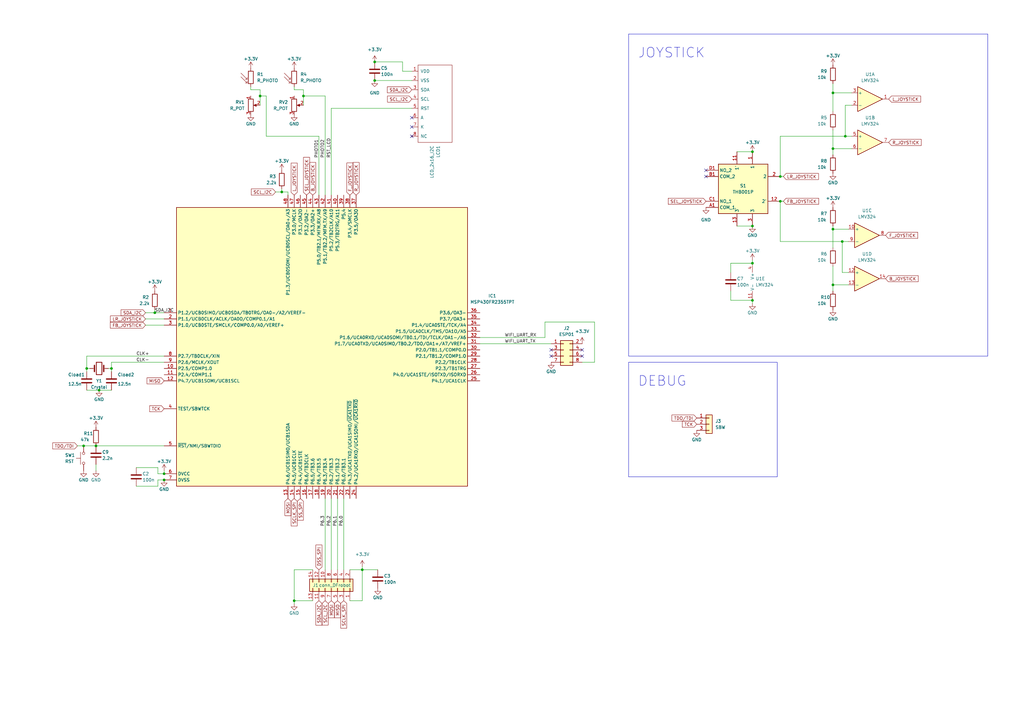
<source format=kicad_sch>
(kicad_sch (version 20230121) (generator eeschema)
  (paper "A3")
  (lib_symbols
    (symbol "Amplifier_Operational:LMV324" (pin_names (offset 0.127))
      (property "Reference" "U" (at 0 5.08 0))
      (property "Value" "LMV324" (at 0 -5.08 0))
      (symbol "LMV324_1_1"
        (polyline (pts (xy -5.08 5.08) (xy 5.08 0) (xy -5.08 -5.08) (xy -5.08 5.08)) (stroke (width 0.254)) (fill (type background)))
        (pin output line (at 7.62 0 180) (length 2.54) (name "~") (number "1"))
        (pin input line (at -7.62 -2.54 0) (length 2.54) (name "-") (number "2"))
        (pin input line (at -7.62 2.54 0) (length 2.54) (name "+") (number "3"))
      )
      (symbol "LMV324_2_1"
        (polyline (pts (xy -5.08 5.08) (xy 5.08 0) (xy -5.08 -5.08) (xy -5.08 5.08)) (stroke (width 0.254)) (fill (type background)))
        (pin input line (at -7.62 2.54 0) (length 2.54) (name "+") (number "5"))
        (pin input line (at -7.62 -2.54 0) (length 2.54) (name "-") (number "6"))
        (pin output line (at 7.62 0 180) (length 2.54) (name "~") (number "7"))
      )
      (symbol "LMV324_3_1"
        (polyline (pts (xy -5.08 5.08) (xy 5.08 0) (xy -5.08 -5.08) (xy -5.08 5.08)) (stroke (width 0.254)) (fill (type background)))
        (pin input line (at -7.62 2.54 0) (length 2.54) (name "+") (number "10"))
        (pin output line (at 7.62 0 180) (length 2.54) (name "~") (number "8"))
        (pin input line (at -7.62 -2.54 0) (length 2.54) (name "-") (number "9"))
      )
      (symbol "LMV324_4_1"
        (polyline (pts (xy -5.08 5.08) (xy 5.08 0) (xy -5.08 -5.08) (xy -5.08 5.08)) (stroke (width 0.254)) (fill (type background)))
        (pin input line (at -7.62 2.54 0) (length 2.54) (name "+") (number "12"))
        (pin input line (at -7.62 -2.54 0) (length 2.54) (name "-") (number "13"))
        (pin output line (at 7.62 0 180) (length 2.54) (name "~") (number "14"))
      )
      (symbol "LMV324_5_1"
        (pin power_in line (at -2.54 -7.62 90) (length 3.81) (name "V-") (number "11"))
        (pin power_in line (at -2.54 7.62 270) (length 3.81) (name "V+") (number "4"))
      )
    )
    (symbol "Connector_Generic:Conn_01x03" (pin_names (offset 1.016) hide)
      (property "Reference" "J" (at 0 5.08 0))
      (property "Value" "Conn_01x03" (at 0 -5.08 0))
      (symbol "Conn_01x03_1_1"
        (rectangle (start -1.27 -2.413) (end 0 -2.667) (stroke (width 0.1524)))
        (rectangle (start -1.27 0.127) (end 0 -0.127) (stroke (width 0.1524)))
        (rectangle (start -1.27 2.667) (end 0 2.413) (stroke (width 0.1524)))
        (rectangle (start -1.27 3.81) (end 1.27 -3.81) (stroke (width 0.254)) (fill (type background)))
        (pin passive line (at -5.08 2.54 0) (length 3.81) (name "Pin_1") (number "1"))
        (pin passive line (at -5.08 0 0) (length 3.81) (name "Pin_2") (number "2"))
        (pin passive line (at -5.08 -2.54 0) (length 3.81) (name "Pin_3") (number "3"))
      )
    )
    (symbol "Connector_Generic:Conn_02x04_Odd_Even" (pin_names (offset 1.016) hide)
      (property "Reference" "J" (at 1.27 5.08 0))
      (property "Value" "Conn_02x04_Odd_Even" (at 1.27 -7.62 0))
      (symbol "Conn_02x04_Odd_Even_1_1"
        (rectangle (start -1.27 -4.953) (end 0 -5.207) (stroke (width 0.1524)))
        (rectangle (start -1.27 -2.413) (end 0 -2.667) (stroke (width 0.1524)))
        (rectangle (start -1.27 0.127) (end 0 -0.127) (stroke (width 0.1524)))
        (rectangle (start -1.27 2.667) (end 0 2.413) (stroke (width 0.1524)))
        (rectangle (start -1.27 3.81) (end 3.81 -6.35) (stroke (width 0.254)) (fill (type background)))
        (rectangle (start 3.81 -4.953) (end 2.54 -5.207) (stroke (width 0.1524)))
        (rectangle (start 3.81 -2.413) (end 2.54 -2.667) (stroke (width 0.1524)))
        (rectangle (start 3.81 0.127) (end 2.54 -0.127) (stroke (width 0.1524)))
        (rectangle (start 3.81 2.667) (end 2.54 2.413) (stroke (width 0.1524)))
        (pin passive line (at -5.08 2.54 0) (length 3.81) (name "Pin_1") (number "1"))
        (pin passive line (at 7.62 2.54 180) (length 3.81) (name "Pin_2") (number "2"))
        (pin passive line (at -5.08 0 0) (length 3.81) (name "Pin_3") (number "3"))
        (pin passive line (at 7.62 0 180) (length 3.81) (name "Pin_4") (number "4"))
        (pin passive line (at -5.08 -2.54 0) (length 3.81) (name "Pin_5") (number "5"))
        (pin passive line (at 7.62 -2.54 180) (length 3.81) (name "Pin_6") (number "6"))
        (pin passive line (at -5.08 -5.08 0) (length 3.81) (name "Pin_7") (number "7"))
        (pin passive line (at 7.62 -5.08 180) (length 3.81) (name "Pin_8") (number "8"))
      )
    )
    (symbol "Device:C" (pin_numbers hide) (pin_names (offset 0.254))
      (property "Reference" "C" (at 0.635 2.54 0))
      (property "Value" "C" (at 0.635 -2.54 0))
      (symbol "C_0_1"
        (polyline (pts (xy -2.032 -0.762) (xy 2.032 -0.762)) (stroke (width 0.508)))
        (polyline (pts (xy -2.032 0.762) (xy 2.032 0.762)) (stroke (width 0.508)))
      )
      (symbol "C_1_1"
        (pin passive line (at 0 3.81 270) (length 2.794) (name "~") (number "1"))
        (pin passive line (at 0 -3.81 90) (length 2.794) (name "~") (number "2"))
      )
    )
    (symbol "Device:Crystal" (pin_numbers hide) (pin_names (offset 1.016) hide)
      (property "Reference" "Y" (at 0 3.81 0))
      (property "Value" "Crystal" (at 0 -3.81 0))
      (symbol "Crystal_0_1"
        (rectangle (start -1.143 2.54) (end 1.143 -2.54) (stroke (width 0.3048)))
        (polyline (pts (xy -2.54 0) (xy -1.905 0)))
        (polyline (pts (xy -1.905 -1.27) (xy -1.905 1.27)) (stroke (width 0.508)))
        (polyline (pts (xy 1.905 -1.27) (xy 1.905 1.27)) (stroke (width 0.508)))
        (polyline (pts (xy 2.54 0) (xy 1.905 0)))
      )
      (symbol "Crystal_1_1"
        (pin passive line (at -3.81 0 0) (length 1.27) (name "1") (number "1"))
        (pin passive line (at 3.81 0 180) (length 1.27) (name "2") (number "2"))
      )
    )
    (symbol "Device:R" (pin_numbers hide) (pin_names (offset 0))
      (property "Reference" "R" (at 2.032 0 90))
      (property "Value" "R" (at 0 0 90))
      (symbol "R_0_1"
        (rectangle (start -1.016 -2.54) (end 1.016 2.54) (stroke (width 0.254)))
      )
      (symbol "R_1_1"
        (pin passive line (at 0 3.81 270) (length 1.27) (name "~") (number "1"))
        (pin passive line (at 0 -3.81 90) (length 1.27) (name "~") (number "2"))
      )
    )
    (symbol "MiSE:LCD_2x16_I2C" (pin_names (offset 1.016))
      (property "Reference" "LCD" (at 2.54 -7.62 0))
      (property "Value" "LCD_2x16_I2C" (at 2.54 -11.43 0))
      (symbol "LCD_2x16_I2C_0_1"
        (rectangle (start -12.7 -6.35) (end 19.05 -20.32))
      )
      (symbol "LCD_2x16_I2C_1_1"
        (pin power_in line (at -10.16 -22.86 90) (length 2.54) (name "VDD") (number "1"))
        (pin power_in line (at -6.35 -22.86 90) (length 2.54) (name "VSS") (number "2"))
        (pin bidirectional line (at -2.54 -22.86 90) (length 2.54) (name "SDA") (number "3"))
        (pin input line (at 1.27 -22.86 90) (length 2.54) (name "SCL") (number "4"))
        (pin input line (at 5.08 -22.86 90) (length 2.54) (name "RST") (number "5"))
        (pin power_in line (at 8.89 -22.86 90) (length 2.54) (name "A") (number "6"))
        (pin power_in line (at 12.7 -22.86 90) (length 2.54) (name "K") (number "7"))
        (pin no_connect line (at 16.51 -22.86 90) (length 2.54) (name "NC") (number "8"))
      )
    )
    (symbol "MiSE:MSP430FR2355TPT"
      (property "Reference" "IC1" (at 134.62 6.9281 0))
      (property "Value" "MSP430FR2355TPT" (at 134.62 4.3881 0))
      (symbol "MSP430FR2355TPT_1_1"
        (rectangle (start 5.08 43.18) (end 124.46 -71.12) (stroke (width 0.254)) (fill (type background)))
        (pin passive line (at 0 0 0) (length 5.08) (name "P1.2/UCB0SIMO/UCB0SDA/TB0TRG/OA0-/A2/VEREF-") (number "1"))
        (pin passive line (at 0 -22.86 0) (length 5.08) (name "P2.5/COMP1.0") (number "10"))
        (pin passive line (at 0 -25.4 0) (length 5.08) (name "P2.4/COMP1.1") (number "11"))
        (pin passive line (at 0 -27.94 0) (length 5.08) (name "P4.7/UCB1SOMI/UCB1SCL") (number "12"))
        (pin passive line (at 50.8 -76.2 90) (length 5.08) (name "P4.6/UCB1SIMO/UCB1SDA") (number "13"))
        (pin passive line (at 53.34 -76.2 90) (length 5.08) (name "P4.5/UCB1CLK") (number "14"))
        (pin passive line (at 55.88 -76.2 90) (length 5.08) (name "P4.4/UCB1STE") (number "15"))
        (pin passive line (at 58.42 -76.2 90) (length 5.08) (name "P6.6/TB3CLK") (number "16"))
        (pin passive line (at 60.96 -76.2 90) (length 5.08) (name "P6.5/TB3.6") (number "17"))
        (pin passive line (at 63.5 -76.2 90) (length 5.08) (name "P6.4/TB3.5") (number "18"))
        (pin passive line (at 66.04 -76.2 90) (length 5.08) (name "P6.3/TB3.4") (number "19"))
        (pin passive line (at 0 -2.54 0) (length 5.08) (name "P1.1/UCB0CLK/ACLK/OA0O/COMP0.1/A1") (number "2"))
        (pin passive line (at 68.58 -76.2 90) (length 5.08) (name "P6.2/TB3.3") (number "20"))
        (pin passive line (at 71.12 -76.2 90) (length 5.08) (name "P6.1/TB3.2") (number "21"))
        (pin passive line (at 73.66 -76.2 90) (length 5.08) (name "P6.0/TB3.1") (number "22"))
        (pin passive line (at 76.2 -76.2 90) (length 5.08) (name "P4.3/UCA1TXD/UCA1SIMO/~{UCA1TXD}") (number "23"))
        (pin passive line (at 78.74 -76.2 90) (length 5.08) (name "P4.2/UCA1RXD/UCA1SOMI/~{UCA1RXD}") (number "24"))
        (pin passive line (at 129.54 -27.94 180) (length 5.08) (name "P4.1/UCA1CLK") (number "25"))
        (pin passive line (at 129.54 -25.4 180) (length 5.08) (name "P4.0/UCA1STE/ISOTXD/ISORXD") (number "26"))
        (pin passive line (at 129.54 -22.86 180) (length 5.08) (name "P2.3/TB1TRG") (number "27"))
        (pin passive line (at 129.54 -20.32 180) (length 5.08) (name "P2.2/TB1CLK") (number "28"))
        (pin passive line (at 129.54 -17.78 180) (length 5.08) (name "P2.1/TB1.2/COMP1.O") (number "29"))
        (pin passive line (at 0 -5.08 0) (length 5.08) (name "P1.0/UCB0STE/SMCLK/COMP0.0/A0/VEREF+") (number "3"))
        (pin passive line (at 129.54 -15.24 180) (length 5.08) (name "P2.0/TB1.1/COMP0.O") (number "30"))
        (pin passive line (at 129.54 -12.7 180) (length 5.08) (name "P1.7/UCA0TXD/UCA0SIMO/TB0.2/TDO/OA1+/A7/VREF+") (number "31"))
        (pin passive line (at 129.54 -10.16 180) (length 5.08) (name "P1.6/UCA0RXD/UCA0SOMI/TB0.1/TDI/TCLK/OA1-/A6") (number "32"))
        (pin passive line (at 129.54 -7.62 180) (length 5.08) (name "P1.5/UCA0CLK/TMS/OA1O/A5") (number "33"))
        (pin passive line (at 129.54 -5.08 180) (length 5.08) (name "P1.4/UCA0STE/TCK/A4") (number "34"))
        (pin passive line (at 129.54 -2.54 180) (length 5.08) (name "P3.7/OA3+") (number "35"))
        (pin passive line (at 129.54 0 180) (length 5.08) (name "P3.6/OA3-") (number "36"))
        (pin passive line (at 78.74 48.26 270) (length 5.08) (name "P3.5/OA3O") (number "37"))
        (pin passive line (at 76.2 48.26 270) (length 5.08) (name "P3.4/SMCLK") (number "38"))
        (pin passive line (at 73.66 48.26 270) (length 5.08) (name "P5.4") (number "39"))
        (pin passive line (at 0 -39.37 0) (length 5.08) (name "TEST/SBWTCK") (number "4"))
        (pin passive line (at 71.12 48.26 270) (length 5.08) (name "P5.3/TB2TRG/A11") (number "40"))
        (pin passive line (at 68.58 48.26 270) (length 5.08) (name "P5.2/TB2CLK/A10") (number "41"))
        (pin passive line (at 66.04 48.26 270) (length 5.08) (name "P5.1/TB2.2/MFM.TX/A9") (number "42"))
        (pin passive line (at 63.5 48.26 270) (length 5.08) (name "P5.0/TB2.1/MFM.RX/A8") (number "43"))
        (pin passive line (at 60.96 48.26 270) (length 5.08) (name "P3.3/OA2+") (number "44"))
        (pin passive line (at 58.42 48.26 270) (length 5.08) (name "P3.2/OA2-") (number "45"))
        (pin passive line (at 55.88 48.26 270) (length 5.08) (name "P3.1/OA2O") (number "46"))
        (pin passive line (at 53.34 48.26 270) (length 5.08) (name "P3.0/MCLK") (number "47"))
        (pin passive line (at 50.8 48.26 270) (length 5.08) (name "P1.3/UCB0SOMI/UCB0SCL/OA0+/A3") (number "48"))
        (pin passive line (at 0 -54.61 0) (length 5.08) (name "~{RST}/NMI/SBWTDIO") (number "5"))
        (pin passive line (at 0 -66.04 0) (length 5.08) (name "DVCC") (number "6"))
        (pin passive line (at 0 -68.58 0) (length 5.08) (name "DVSS") (number "7"))
        (pin passive line (at 0 -17.78 0) (length 5.08) (name "P2.7/TB0CLK/XIN") (number "8"))
        (pin passive line (at 0 -20.32 0) (length 5.08) (name "P2.6/MCLK/XOUT") (number "9"))
      )
    )
    (symbol "MiSE:R_PHOTO-Device" (pin_numbers hide) (pin_names (offset 0))
      (property "Reference" "R" (at 1.27 1.27 0))
      (property "Value" "Device_R_PHOTO" (at 1.27 0 0))
      (symbol "R_PHOTO-Device_0_1"
        (rectangle (start -1.016 2.54) (end 1.016 -2.54) (stroke (width 0.254)))
        (polyline (pts (xy -1.524 -2.286) (xy -4.064 0.254)))
        (polyline (pts (xy -1.524 -2.286) (xy -2.286 -2.286)))
        (polyline (pts (xy -1.524 -2.286) (xy -1.524 -1.524)))
        (polyline (pts (xy -1.524 -0.762) (xy -4.064 1.778)))
        (polyline (pts (xy -1.524 -0.762) (xy -2.286 -0.762)))
        (polyline (pts (xy -1.524 -0.762) (xy -1.524 0)))
      )
      (symbol "R_PHOTO-Device_1_1"
        (pin passive line (at 0 3.81 270) (length 1.27) (name "~") (number "1"))
        (pin passive line (at 0 -3.81 90) (length 1.27) (name "~") (number "2"))
      )
    )
    (symbol "MiSE:R_POT-Device" (pin_names (offset 1.016) hide)
      (property "Reference" "RV" (at -4.445 0 90))
      (property "Value" "Device_R_POT" (at -2.54 0 90))
      (symbol "R_POT-Device_0_1"
        (polyline (pts (xy 2.54 0) (xy 1.524 0)))
        (polyline (pts (xy 1.143 0) (xy 2.286 0.508) (xy 2.286 -0.508) (xy 1.143 0)) (fill (type outline)))
        (rectangle (start 1.016 2.54) (end -1.016 -2.54) (stroke (width 0.254)))
      )
      (symbol "R_POT-Device_1_1"
        (pin passive line (at 0 3.81 270) (length 1.27) (name "1") (number "1"))
        (pin passive line (at 3.81 0 180) (length 1.27) (name "2") (number "2"))
        (pin passive line (at 0 -3.81 90) (length 1.27) (name "3") (number "3"))
      )
    )
    (symbol "MiSE:THB001P"
      (property "Reference" "S1" (at 15.24 -6.35 0))
      (property "Value" "THB001P" (at 15.24 -8.89 0))
      (symbol "THB001P_1_1"
        (rectangle (start 5.08 2.54) (end 25.4 -17.78) (stroke (width 0.254)) (fill (type background)))
        (pin passive line (at 11.43 7.62 270) (length 5.08) (name "1") (number "1"))
        (pin passive line (at 17.78 7.62 270) (length 5.08) (name "1'") (number "11"))
        (pin passive line (at 0 -12.7 0) (length 5.08) (name "2'") (number "12"))
        (pin passive line (at 17.78 -22.86 90) (length 5.08) (name "3'") (number "13"))
        (pin passive line (at 0 -2.54 0) (length 5.08) (name "2") (number "2"))
        (pin passive line (at 11.43 -22.86 90) (length 5.08) (name "3") (number "3"))
        (pin passive line (at 30.48 -15.24 180) (length 5.08) (name "COM_1") (number "A1"))
        (pin passive line (at 30.48 -2.54 180) (length 5.08) (name "COM_2") (number "B1"))
        (pin passive line (at 30.48 -12.7 180) (length 5.08) (name "NO_1") (number "C1"))
        (pin passive line (at 30.48 0 180) (length 5.08) (name "NO_2") (number "D1"))
      )
    )
    (symbol "MiSE:conn_DFrobot" (pin_names (offset 1.016) hide)
      (property "Reference" "J" (at 1.27 10.16 0))
      (property "Value" "conn_DFrobot" (at 1.27 -10.16 0))
      (symbol "conn_DFrobot_1_1"
        (rectangle (start -1.27 -7.493) (end 0 -7.747) (stroke (width 0.1524)))
        (rectangle (start -1.27 -4.953) (end 0 -5.207) (stroke (width 0.1524)))
        (rectangle (start -1.27 -2.413) (end 0 -2.667) (stroke (width 0.1524)))
        (rectangle (start -1.27 0.127) (end 0 -0.127) (stroke (width 0.1524)))
        (rectangle (start -1.27 2.667) (end 0 2.413) (stroke (width 0.1524)))
        (rectangle (start -1.27 5.207) (end 0 4.953) (stroke (width 0.1524)))
        (rectangle (start -1.27 7.747) (end 0 7.493) (stroke (width 0.1524)))
        (rectangle (start -1.27 8.89) (end 3.81 -8.89) (stroke (width 0.254)) (fill (type background)))
        (rectangle (start 3.81 -7.493) (end 2.54 -7.747) (stroke (width 0.1524)))
        (rectangle (start 3.81 -4.953) (end 2.54 -5.207) (stroke (width 0.1524)))
        (rectangle (start 3.81 -2.413) (end 2.54 -2.667) (stroke (width 0.1524)))
        (rectangle (start 3.81 0.127) (end 2.54 -0.127) (stroke (width 0.1524)))
        (rectangle (start 3.81 2.667) (end 2.54 2.413) (stroke (width 0.1524)))
        (rectangle (start 3.81 5.207) (end 2.54 4.953) (stroke (width 0.1524)))
        (rectangle (start 3.81 7.747) (end 2.54 7.493) (stroke (width 0.1524)))
        (pin passive line (at -5.08 7.62 0) (length 3.81) (name "Pin_1") (number "1"))
        (pin passive line (at 7.62 -2.54 180) (length 3.81) (name "Pin_10") (number "10"))
        (pin passive line (at -5.08 -5.08 0) (length 3.81) (name "Pin_11") (number "11"))
        (pin passive line (at 7.62 -5.08 180) (length 3.81) (name "Pin_12") (number "12"))
        (pin passive line (at -5.08 -7.62 0) (length 3.81) (name "Pin_13") (number "13"))
        (pin passive line (at 7.62 -7.62 180) (length 3.81) (name "Pin_14") (number "14"))
        (pin passive line (at 7.62 7.62 180) (length 3.81) (name "Pin_2") (number "2"))
        (pin passive line (at -5.08 5.08 0) (length 3.81) (name "Pin_3") (number "3"))
        (pin passive line (at 7.62 5.08 180) (length 3.81) (name "Pin_4") (number "4"))
        (pin passive line (at -5.08 2.54 0) (length 3.81) (name "Pin_5") (number "5"))
        (pin passive line (at 7.62 2.54 180) (length 3.81) (name "Pin_6") (number "6"))
        (pin passive line (at -5.08 0 0) (length 3.81) (name "Pin_7") (number "7"))
        (pin passive line (at 7.62 0 180) (length 3.81) (name "Pin_8") (number "8"))
        (pin passive line (at -5.08 -2.54 0) (length 3.81) (name "Pin_9") (number "9"))
      )
    )
    (symbol "Switch:SW_Push" (pin_numbers hide) (pin_names (offset 1.016) hide)
      (property "Reference" "SW" (at 1.27 2.54 0))
      (property "Value" "SW_Push" (at 0 -1.524 0))
      (symbol "SW_Push_0_1"
        (circle (center -2.032 0) (radius 0.508))
        (polyline (pts (xy 0 1.27) (xy 0 3.048)))
        (polyline (pts (xy 2.54 1.27) (xy -2.54 1.27)))
        (circle (center 2.032 0) (radius 0.508))
        (pin passive line (at -5.08 0 0) (length 2.54) (name "1") (number "1"))
        (pin passive line (at 5.08 0 180) (length 2.54) (name "2") (number "2"))
      )
    )
    (symbol "power:+3.3V" (power) (pin_names (offset 0))
      (property "Value" "+3.3V" (at 0 3.556 0))
      (symbol "+3.3V_0_1"
        (polyline (pts (xy -0.762 1.27) (xy 0 2.54)))
        (polyline (pts (xy 0 0) (xy 0 2.54)))
        (polyline (pts (xy 0 2.54) (xy 0.762 1.27)))
      )
      (symbol "+3.3V_1_1"
        (pin power_in line (at 0 0 90) (length 0) hide (name "+3.3V") (number "1"))
      )
    )
    (symbol "power:GND" (power) (pin_names (offset 0))
      (property "Value" "GND" (at 0 -3.81 0))
      (symbol "GND_0_1"
        (polyline (pts (xy 0 0) (xy 0 -1.27) (xy 1.27 -1.27) (xy 0 -2.54) (xy -1.27 -1.27) (xy 0 -1.27)))
      )
      (symbol "GND_1_1"
        (pin power_in line (at 0 0 270) (length 0) hide (name "GND") (number "1"))
      )
    )
  )
  (junction (at 115.57 78.74))
  (junction (at 341.63 116.84))
  (junction (at 346.71 55.88))
  (junction (at 308.61 92.71))
  (junction (at 153.67 33.02))
  (junction (at 345.44 99.06))
  (junction (at 308.61 62.23))
  (junction (at 341.63 60.96))
  (junction (at 39.37 182.88))
  (junction (at 106.68 39.37))
  (junction (at 124.46 39.37))
  (junction (at 320.04 72.39))
  (junction (at 63.5 128.27))
  (junction (at 120.65 246.38))
  (junction (at 40.64 160.02))
  (junction (at 153.67 25.4))
  (junction (at 67.31 194.31))
  (junction (at 341.63 93.98))
  (junction (at 34.29 182.88))
  (junction (at 308.61 107.95))
  (junction (at 35.56 151.13))
  (junction (at 45.72 151.13))
  (junction (at 308.61 123.19))
  (junction (at 148.59 233.68))
  (junction (at 341.63 38.1))
  (junction (at 320.04 82.55))
  (junction (at 67.31 196.85))
  (no_connect (at 168.91 52.07))
  (no_connect (at 168.91 55.88))
  (no_connect (at 289.56 69.85))
  (no_connect (at 238.76 143.51))
  (no_connect (at 168.91 48.26))
  (no_connect (at 226.06 146.05))
  (no_connect (at 238.76 146.05))
  (no_connect (at 226.06 143.51))
  (no_connect (at 289.56 72.39))
  (wire (pts (xy 341.63 60.96) (xy 341.63 63.5)))
  (wire (pts (xy 148.59 233.68) (xy 154.94 233.68)))
  (wire (pts (xy 349.25 60.96) (xy 341.63 60.96)))
  (wire (pts (xy 40.64 160.02) (xy 45.72 160.02)))
  (wire (pts (xy 133.35 39.37) (xy 133.35 80.01)))
  (wire (pts (xy 320.04 72.39) (xy 321.31 72.39)))
  (wire (pts (xy 341.63 109.22) (xy 341.63 116.84)))
  (wire (pts (xy 34.29 182.88) (xy 39.37 182.88)))
  (wire (pts (xy 59.69 128.27) (xy 63.5 128.27)))
  (wire (pts (xy 148.59 232.41) (xy 148.59 233.68)))
  (wire (pts (xy 320.04 55.88) (xy 346.71 55.88)))
  (wire (pts (xy 64.77 194.31) (xy 67.31 194.31)))
  (wire (pts (xy 55.88 191.77) (xy 64.77 191.77)))
  (wire (pts (xy 341.63 53.34) (xy 341.63 60.96)))
  (wire (pts (xy 165.1 25.4) (xy 153.67 25.4)))
  (wire (pts (xy 120.65 246.38) (xy 120.65 247.65)))
  (wire (pts (xy 118.11 78.74) (xy 118.11 80.01)))
  (wire (pts (xy 45.72 148.59) (xy 45.72 151.13)))
  (wire (pts (xy 133.35 204.47) (xy 133.35 233.68)))
  (wire (pts (xy 341.63 34.29) (xy 341.63 38.1)))
  (wire (pts (xy 148.59 233.68) (xy 148.59 246.38)))
  (wire (pts (xy 64.77 191.77) (xy 64.77 194.31)))
  (wire (pts (xy 341.63 38.1) (xy 341.63 45.72)))
  (wire (pts (xy 341.63 38.1) (xy 349.25 38.1)))
  (wire (pts (xy 346.71 55.88) (xy 349.25 55.88)))
  (wire (pts (xy 143.51 246.38) (xy 148.59 246.38)))
  (wire (pts (xy 39.37 193.04) (xy 39.37 190.5)))
  (wire (pts (xy 345.44 111.76) (xy 347.98 111.76)))
  (wire (pts (xy 135.89 204.47) (xy 135.89 233.68)))
  (wire (pts (xy 128.27 246.38) (xy 120.65 246.38)))
  (wire (pts (xy 39.37 182.88) (xy 67.31 182.88)))
  (wire (pts (xy 223.52 138.43) (xy 223.52 132.08)))
  (wire (pts (xy 67.31 148.59) (xy 45.72 148.59)))
  (wire (pts (xy 135.89 44.45) (xy 168.91 44.45)))
  (wire (pts (xy 196.85 140.97) (xy 226.06 140.97)))
  (wire (pts (xy 243.84 148.59) (xy 238.76 148.59)))
  (wire (pts (xy 349.25 43.18) (xy 346.71 43.18)))
  (wire (pts (xy 120.65 36.83) (xy 124.46 36.83)))
  (wire (pts (xy 120.65 233.68) (xy 120.65 246.38)))
  (wire (pts (xy 55.88 199.39) (xy 64.77 199.39)))
  (wire (pts (xy 320.04 82.55) (xy 321.31 82.55)))
  (wire (pts (xy 345.44 99.06) (xy 345.44 111.76)))
  (wire (pts (xy 124.46 39.37) (xy 124.46 43.18)))
  (wire (pts (xy 59.69 133.35) (xy 67.31 133.35)))
  (wire (pts (xy 35.56 151.13) (xy 35.56 152.4)))
  (wire (pts (xy 165.1 29.21) (xy 165.1 25.4)))
  (wire (pts (xy 341.63 92.71) (xy 341.63 93.98)))
  (wire (pts (xy 299.72 107.95) (xy 308.61 107.95)))
  (wire (pts (xy 113.03 78.74) (xy 115.57 78.74)))
  (wire (pts (xy 67.31 146.05) (xy 35.56 146.05)))
  (wire (pts (xy 130.81 55.88) (xy 109.22 55.88)))
  (wire (pts (xy 115.57 77.47) (xy 115.57 78.74)))
  (wire (pts (xy 102.87 36.83) (xy 102.87 35.56)))
  (wire (pts (xy 308.61 92.71) (xy 302.26 92.71)))
  (wire (pts (xy 135.89 44.45) (xy 135.89 80.01)))
  (wire (pts (xy 341.63 119.38) (xy 341.63 116.84)))
  (wire (pts (xy 341.63 116.84) (xy 347.98 116.84)))
  (wire (pts (xy 320.04 82.55) (xy 320.04 99.06)))
  (wire (pts (xy 128.27 233.68) (xy 120.65 233.68)))
  (wire (pts (xy 341.63 93.98) (xy 347.98 93.98)))
  (wire (pts (xy 115.57 78.74) (xy 118.11 78.74)))
  (wire (pts (xy 341.63 93.98) (xy 341.63 101.6)))
  (wire (pts (xy 320.04 55.88) (xy 320.04 72.39)))
  (wire (pts (xy 138.43 204.47) (xy 138.43 233.68)))
  (wire (pts (xy 64.77 199.39) (xy 64.77 196.85)))
  (wire (pts (xy 196.85 138.43) (xy 223.52 138.43)))
  (wire (pts (xy 299.72 119.38) (xy 299.72 123.19)))
  (wire (pts (xy 140.97 204.47) (xy 140.97 233.68)))
  (wire (pts (xy 308.61 106.68) (xy 308.61 107.95)))
  (wire (pts (xy 36.83 151.13) (xy 35.56 151.13)))
  (wire (pts (xy 109.22 55.88) (xy 109.22 39.37)))
  (wire (pts (xy 45.72 151.13) (xy 44.45 151.13)))
  (wire (pts (xy 106.68 36.83) (xy 106.68 39.37)))
  (wire (pts (xy 308.61 123.19) (xy 308.61 124.46)))
  (wire (pts (xy 143.51 233.68) (xy 148.59 233.68)))
  (wire (pts (xy 35.56 160.02) (xy 40.64 160.02)))
  (wire (pts (xy 347.98 99.06) (xy 345.44 99.06)))
  (wire (pts (xy 299.72 123.19) (xy 308.61 123.19)))
  (wire (pts (xy 124.46 36.83) (xy 124.46 39.37)))
  (wire (pts (xy 153.67 33.02) (xy 168.91 33.02)))
  (wire (pts (xy 31.75 182.88) (xy 34.29 182.88)))
  (wire (pts (xy 45.72 151.13) (xy 45.72 152.4)))
  (wire (pts (xy 63.5 127) (xy 63.5 128.27)))
  (wire (pts (xy 59.69 130.81) (xy 67.31 130.81)))
  (wire (pts (xy 243.84 132.08) (xy 243.84 148.59)))
  (wire (pts (xy 320.04 99.06) (xy 345.44 99.06)))
  (wire (pts (xy 35.56 146.05) (xy 35.56 151.13)))
  (wire (pts (xy 67.31 194.31) (xy 67.31 193.04)))
  (wire (pts (xy 102.87 36.83) (xy 106.68 36.83)))
  (wire (pts (xy 124.46 39.37) (xy 133.35 39.37)))
  (wire (pts (xy 109.22 39.37) (xy 106.68 39.37)))
  (wire (pts (xy 130.81 80.01) (xy 130.81 55.88)))
  (wire (pts (xy 299.72 111.76) (xy 299.72 107.95)))
  (wire (pts (xy 308.61 62.23) (xy 302.26 62.23)))
  (wire (pts (xy 223.52 132.08) (xy 243.84 132.08)))
  (wire (pts (xy 64.77 196.85) (xy 67.31 196.85)))
  (wire (pts (xy 106.68 39.37) (xy 106.68 43.18)))
  (wire (pts (xy 168.91 29.21) (xy 165.1 29.21)))
  (wire (pts (xy 63.5 128.27) (xy 67.31 128.27)))
  (wire (pts (xy 346.71 43.18) (xy 346.71 55.88)))
  (wire (pts (xy 120.65 35.56) (xy 120.65 36.83)))
  (rectangle (start 257.81 148.59) (end 318.77 195.58))
  (rectangle (start 257.81 13.97) (end 405.13 146.05))
  (text "DEBUG" (at 261.62 158.75 0) (effects (font (size 4 4)) (justify left bottom)))
  (text "JOYSTICK" (at 261.62 24.13 0) (effects (font (size 4 4)) (justify left bottom)))
  (label "P6.2" (at 135.89 215.9 90))
  (label "P6.1" (at 138.43 215.9 90))
  (label "P6.0" (at 140.97 215.9 90))
  (label "RST_LCD" (at 135.89 64.77 90))
  (label "WIFI_UART_TX" (at 207.01 140.97 0))
  (label "PHOTO1" (at 130.81 64.77 90))
  (label "CLK-" (at 55.88 148.59 0))
  (label "P6.3" (at 133.35 215.9 90))
  (label "CLK+" (at 55.88 146.05 0))
  (label "WIFI_UART_RX" (at 207.01 138.43 0))
  (label "PHOTO2" (at 133.35 64.77 90))
  (label "SDA_I2C" (at 63.5 128.27 0))
  (global_label "LR_JOYSTICK" (shape input) (at 321.31 72.39 0) (property "Intersheetrefs" "${INTERSHEET_REFS}" (effects hide)))
  (global_label "B_JOYSTICK" (shape input) (at 128.27 80.01 90) (property "Intersheetrefs" "${INTERSHEET_REFS}" (effects hide)))
  (global_label "FB_JOYSTICK" (shape input) (at 59.69 133.35 180) (property "Intersheetrefs" "${INTERSHEET_REFS}" (effects hide)))
  (global_label "B_JOYSTICK" (shape input) (at 363.22 114.3 0) (property "Intersheetrefs" "${INTERSHEET_REFS}" (effects hide)))
  (global_label "DSS_SPI" (shape input) (at 130.81 233.68 90) (property "Intersheetrefs" "${INTERSHEET_REFS}" (effects hide)))
  (global_label "MOSI" (shape input) (at 118.11 204.47 270) (property "Intersheetrefs" "${INTERSHEET_REFS}" (effects hide)))
  (global_label "MISO" (shape input) (at 138.43 246.38 270) (property "Intersheetrefs" "${INTERSHEET_REFS}" (effects hide)))
  (global_label "LR_JOYSTICK" (shape input) (at 59.69 130.81 180) (property "Intersheetrefs" "${INTERSHEET_REFS}" (effects hide)))
  (global_label "SEL_JOYSTICK" (shape input) (at 125.73 80.01 90) (property "Intersheetrefs" "${INTERSHEET_REFS}" (effects hide)))
  (global_label "L_JOYSTICK" (shape input) (at 120.65 80.01 90) (property "Intersheetrefs" "${INTERSHEET_REFS}" (effects hide)))
  (global_label "SCL_I2C" (shape input) (at 133.35 246.38 270) (property "Intersheetrefs" "${INTERSHEET_REFS}" (effects hide)))
  (global_label "SCLK_SPI" (shape input) (at 140.97 246.38 270) (property "Intersheetrefs" "${INTERSHEET_REFS}" (effects hide)))
  (global_label "L_JOYSTICK" (shape input) (at 364.49 40.64 0) (property "Intersheetrefs" "${INTERSHEET_REFS}" (effects hide)))
  (global_label "R_JOYSTICK" (shape input) (at 364.49 58.42 0) (property "Intersheetrefs" "${INTERSHEET_REFS}" (effects hide)))
  (global_label "SDA_I2C" (shape input) (at 168.91 36.83 180) (property "Intersheetrefs" "${INTERSHEET_REFS}" (effects hide)))
  (global_label "TDO{slash}TDI" (shape input) (at 31.75 182.88 180) (property "Intersheetrefs" "${INTERSHEET_REFS}" (effects hide)))
  (global_label "R_JOYSTICK" (shape input) (at 146.05 80.01 90) (property "Intersheetrefs" "${INTERSHEET_REFS}" (effects hide)))
  (global_label "SDA_I2C" (shape input) (at 130.81 246.38 270) (property "Intersheetrefs" "${INTERSHEET_REFS}" (effects hide)))
  (global_label "F_JOYSTICK" (shape input) (at 363.22 96.52 0) (property "Intersheetrefs" "${INTERSHEET_REFS}" (effects hide)))
  (global_label "F_JOYSTICK" (shape input) (at 143.51 80.01 90) (property "Intersheetrefs" "${INTERSHEET_REFS}" (effects hide)))
  (global_label "MISO" (shape input) (at 67.31 156.21 180) (property "Intersheetrefs" "${INTERSHEET_REFS}" (effects hide)))
  (global_label "TDO{slash}TDI" (shape input) (at 285.75 171.45 180) (property "Intersheetrefs" "${INTERSHEET_REFS}" (effects hide)))
  (global_label "SEL_JOYSTICK" (shape input) (at 289.56 82.55 180) (property "Intersheetrefs" "${INTERSHEET_REFS}" (effects hide)))
  (global_label "SCL_I2C" (shape input) (at 168.91 40.64 180) (property "Intersheetrefs" "${INTERSHEET_REFS}" (effects hide)))
  (global_label "TCK" (shape input) (at 285.75 173.99 180) (property "Intersheetrefs" "${INTERSHEET_REFS}" (effects hide)))
  (global_label "MOSI" (shape input) (at 135.89 246.38 270) (property "Intersheetrefs" "${INTERSHEET_REFS}" (effects hide)))
  (global_label "SS_SPI" (shape input) (at 123.19 204.47 270) (property "Intersheetrefs" "${INTERSHEET_REFS}" (effects hide)))
  (global_label "SCLK_SPI" (shape input) (at 120.65 204.47 270) (property "Intersheetrefs" "${INTERSHEET_REFS}" (effects hide)))
  (global_label "SCL_I2C" (shape input) (at 113.03 78.74 180) (property "Intersheetrefs" "${INTERSHEET_REFS}" (effects hide)))
  (global_label "SDA_I2C" (shape input) (at 59.69 128.27 180) (property "Intersheetrefs" "${INTERSHEET_REFS}" (effects hide)))
  (global_label "FB_JOYSTICK" (shape input) (at 321.31 82.55 0) (property "Intersheetrefs" "${INTERSHEET_REFS}" (effects hide)))
  (global_label "TCK" (shape input) (at 67.31 167.64 180) (property "Intersheetrefs" "${INTERSHEET_REFS}" (effects hide)))
  (symbol (lib_id "power:+3.3V") (at 238.76 140.97 0) (unit 1)
    (property "Reference" "#PWR04" (effects hide))
    (property "Value" "+3.3V" (at 238.76 135.89 0))
  )
  (symbol (lib_id "MiSE:R_PHOTO-Device") (at 102.87 31.75 0) (unit 1)
    (property "Reference" "R1" (at 105.41 30.48 0) (effects (justify left)))
    (property "Value" "R_PHOTO" (at 105.41 33.02 0) (effects (justify left)))
    (property "Footprint" "MiSE:LDR" (effects hide))
  )
  (symbol (lib_id "power:GND") (at 67.31 196.85 0) (unit 1)
    (property "Reference" "#PWR06" (effects hide))
    (property "Value" "GND" (at 67.31 200.66 0))
  )
  (symbol (lib_id "power:+3.3V") (at 102.87 27.94 0) (unit 1)
    (property "Reference" "#PWR012" (effects hide))
    (property "Value" "+3.3V" (at 102.87 24.13 0))
  )
  (symbol (lib_id "power:GND") (at 341.63 71.12 0) (mirror y) (unit 1)
    (property "Reference" "#PWR022" (effects hide))
    (property "Value" "GND" (at 341.63 74.93 0))
  )
  (symbol (lib_id "power:+3.3V") (at 148.59 232.41 0) (unit 1)
    (property "Reference" "#PWR02" (effects hide))
    (property "Value" "+3.3V" (at 148.59 227.33 0))
  )
  (symbol (lib_id "power:GND") (at 120.65 46.99 0) (unit 1)
    (property "Reference" "#PWR014" (effects hide))
    (property "Value" "GND" (at 120.65 50.8 0))
  )
  (symbol (lib_id "power:+3.3V") (at 120.65 27.94 0) (unit 1)
    (property "Reference" "#PWR015" (effects hide))
    (property "Value" "+3.3V" (at 120.65 24.13 0))
  )
  (symbol (lib_id "power:GND") (at 226.06 148.59 0) (unit 1)
    (property "Reference" "#PWR03" (effects hide))
    (property "Value" "GND" (at 226.06 152.4 0))
  )
  (symbol (lib_id "power:GND") (at 120.65 247.65 0) (unit 1)
    (property "Reference" "#PWR01" (effects hide))
    (property "Value" "GND" (at 120.65 251.46 0))
  )
  (symbol (lib_id "Amplifier_Operational:LMV324") (at 356.87 40.64 0) (unit 1)
    (property "Reference" "U1" (at 356.87 30.48 0))
    (property "Value" "LMV324" (at 356.87 33.02 0))
    (property "Footprint" "Package_SO:SOIC-14_3.9x8.7mm_P1.27mm" (effects hide))
    (property "Datasheet" "http://www.ti.com/lit/ds/symlink/lmv324.pdf" (effects hide))
  )
  (symbol (lib_id "Device:R") (at 341.63 123.19 0) (unit 1)
    (property "Reference" "R10" (at 336.55 121.92 0) (effects (justify left)))
    (property "Value" "10k" (at 335.28 124.46 0) (effects (justify left)))
    (property "Footprint" "Resistor_SMD:R_0805_2012Metric" (effects hide))
  )
  (symbol (lib_id "Device:C") (at 45.72 156.21 0) (unit 1)
    (property "Reference" "Cload2" (at 48.26 153.67 0) (effects (justify left)))
    (property "Value" "12.5n" (at 48.26 157.48 0) (effects (justify left)))
    (property "Footprint" "Capacitor_SMD:C_0805_2012Metric" (effects hide))
  )
  (symbol (lib_id "Device:C") (at 35.56 156.21 0) (unit 1)
    (property "Reference" "Cload1" (at 27.94 153.67 0) (effects (justify left)))
    (property "Value" "12.5n" (at 27.94 157.48 0) (effects (justify left)))
    (property "Footprint" "Capacitor_SMD:C_0805_2012Metric" (effects hide))
  )
  (symbol (lib_id "power:+3.3V") (at 308.61 62.23 0) (mirror y) (unit 1)
    (property "Reference" "#PWR017" (effects hide))
    (property "Value" "+3.3V" (at 308.61 58.42 0))
  )
  (symbol (lib_id "Connector_Generic:Conn_02x04_Odd_Even") (at 231.14 143.51 0) (unit 1)
    (property "Reference" "J2" (at 232.41 134.62 0))
    (property "Value" "ESP01" (at 232.41 137.16 0))
    (property "Footprint" "Connector_PinHeader_2.54mm:PinHeader_2x04_P2.54mm_Vertical" (effects hide))
  )
  (symbol (lib_id "Device:R") (at 341.63 49.53 0) (unit 1)
    (property "Reference" "R5" (at 336.55 48.26 0) (effects (justify left)))
    (property "Value" "10k" (at 335.28 50.8 0) (effects (justify left)))
    (property "Footprint" "Resistor_SMD:R_0805_2012Metric" (effects hide))
  )
  (symbol (lib_id "Device:C") (at 55.88 195.58 0) (unit 1)
    (property "Reference" "C2" (at 58.42 194.31 0) (effects (justify left)))
    (property "Value" "100n" (at 58.42 196.85 0) (effects (justify left)))
    (property "Footprint" "Capacitor_SMD:C_0805_2012Metric" (effects hide))
  )
  (symbol (lib_id "power:GND") (at 154.94 241.3 0) (unit 1)
    (property "Reference" "#PWR07" (effects hide))
    (property "Value" "GND" (at 154.94 245.11 0))
  )
  (symbol (lib_id "power:GND") (at 102.87 46.99 0) (unit 1)
    (property "Reference" "#PWR013" (effects hide))
    (property "Value" "GND" (at 102.87 50.8 0))
  )
  (symbol (lib_id "power:+3.3V") (at 341.63 85.09 0) (mirror y) (unit 1)
    (property "Reference" "#PWR019" (effects hide))
    (property "Value" "+3.3V" (at 341.63 81.28 0))
  )
  (symbol (lib_id "Device:C") (at 153.67 29.21 0) (unit 1)
    (property "Reference" "C5" (at 156.21 27.94 0) (effects (justify left)))
    (property "Value" "100n" (at 156.21 30.48 0) (effects (justify left)))
    (property "Footprint" "Capacitor_SMD:C_0805_2012Metric" (effects hide))
  )
  (symbol (lib_id "Device:R") (at 341.63 67.31 0) (unit 1)
    (property "Reference" "R8" (at 336.55 66.04 0) (effects (justify left)))
    (property "Value" "10k" (at 335.28 68.58 0) (effects (justify left)))
    (property "Footprint" "Resistor_SMD:R_0805_2012Metric" (effects hide))
  )
  (symbol (lib_id "Amplifier_Operational:LMV324") (at 355.6 96.52 0) (unit 3)
    (property "Reference" "U1" (at 355.6 86.36 0))
    (property "Value" "LMV324" (at 355.6 88.9 0))
    (property "Footprint" "Package_SO:SOIC-14_3.9x8.7mm_P1.27mm" (effects hide))
    (property "Datasheet" "http://www.ti.com/lit/ds/symlink/lmv324.pdf" (effects hide))
  )
  (symbol (lib_id "Device:R") (at 341.63 30.48 0) (unit 1)
    (property "Reference" "R9" (at 336.55 29.21 0) (effects (justify left)))
    (property "Value" "10k" (at 335.28 31.75 0) (effects (justify left)))
    (property "Footprint" "Resistor_SMD:R_0805_2012Metric" (effects hide))
  )
  (symbol (lib_id "power:+3.3V") (at 63.5 119.38 0) (unit 1)
    (property "Reference" "#PWR010" (effects hide))
    (property "Value" "+3.3V" (at 63.5 115.57 0))
  )
  (symbol (lib_id "MiSE:R_POT-Device") (at 120.65 43.18 0) (unit 1)
    (property "Reference" "RV2" (at 118.11 41.91 0) (effects (justify right)))
    (property "Value" "R_POT" (at 118.11 44.45 0) (effects (justify right)))
    (property "Footprint" "MiSE:Trimmer_MiSE" (effects hide))
  )
  (symbol (lib_id "Amplifier_Operational:LMV324") (at 356.87 58.42 0) (unit 2)
    (property "Reference" "U1" (at 356.87 48.26 0))
    (property "Value" "LMV324" (at 356.87 50.8 0))
    (property "Footprint" "Package_SO:SOIC-14_3.9x8.7mm_P1.27mm" (effects hide))
    (property "Datasheet" "http://www.ti.com/lit/ds/symlink/lmv324.pdf" (effects hide))
  )
  (symbol (lib_id "power:GND") (at 308.61 92.71 0) (mirror y) (unit 1)
    (property "Reference" "#PWR018" (effects hide))
    (property "Value" "GND" (at 308.61 96.52 0))
  )
  (symbol (lib_id "Device:C") (at 154.94 237.49 0) (unit 1)
    (property "Reference" "C3" (at 157.48 236.22 0) (effects (justify left)))
    (property "Value" "100n" (at 157.48 238.76 0) (effects (justify left)))
    (property "Footprint" "Capacitor_SMD:C_0805_2012Metric" (effects hide))
  )
  (symbol (lib_id "MiSE:R_PHOTO-Device") (at 120.65 31.75 0) (unit 1)
    (property "Reference" "R4" (at 123.19 30.48 0) (effects (justify left)))
    (property "Value" "R_PHOTO" (at 123.19 33.02 0) (effects (justify left)))
    (property "Footprint" "MiSE:LDR" (effects hide))
  )
  (symbol (lib_id "power:GND") (at 289.56 85.09 0) (mirror y) (unit 1)
    (property "Reference" "#PWR016" (effects hide))
    (property "Value" "GND" (at 289.56 90.17 0))
  )
  (symbol (lib_id "Device:C") (at 299.72 115.57 0) (unit 1)
    (property "Reference" "C7" (at 302.26 114.3 0) (effects (justify left)))
    (property "Value" "100n" (at 302.26 116.84 0) (effects (justify left)))
    (property "Footprint" "Capacitor_SMD:C_0805_2012Metric" (effects hide))
  )
  (symbol (lib_id "power:+3.3V") (at 308.61 106.68 0) (unit 1)
    (property "Reference" "#PWR023" (effects hide))
    (property "Value" "+3.3V" (at 308.61 102.87 0))
  )
  (symbol (lib_id "MiSE:conn_DFrobot") (at 135.89 241.3 270) (mirror x) (unit 1)
    (property "Reference" "J1" (at 128.27 240.03 90) (effects (justify left)))
    (property "Value" "conn_DFrobot" (at 130.81 240.03 90) (effects (justify left)))
    (property "Footprint" "MiSE:conn_DFrobot" (effects hide))
  )
  (symbol (lib_id "Device:R") (at 63.5 123.19 0) (unit 1)
    (property "Reference" "R2" (at 58.42 121.92 0) (effects (justify left)))
    (property "Value" "2.2k" (at 57.15 124.46 0) (effects (justify left)))
    (property "Footprint" "Resistor_SMD:R_0805_2012Metric" (effects hide))
  )
  (symbol (lib_id "MiSE:THB001P") (at 320.04 69.85 0) (mirror y) (unit 1)
    (property "Reference" "S1" (at 304.8 76.2 0))
    (property "Value" "THB001P" (at 304.8 78.74 0))
    (property "Footprint" "MiSE:THB001P" (effects hide))
    (property "Datasheet" "https://www.ckswitches.com/media/2873/thb.pdf" (effects hide))
    (property "Height" "19.85" (effects hide))
    (property "Manufacturer_Name" "C & K COMPONENTS" (effects hide))
    (property "Manufacturer_Part_Number" "THB001P" (effects hide))
    (property "Mouser Part Number" "611-THB001P" (effects hide))
    (property "Mouser Price/Stock" "https://www.mouser.co.uk/ProductDetail/CK/THB001P?qs=OlC7AqGiEDlMaVQ%2FEBrivA%3D%3D" (effects hide))
    (property "Arrow Part Number" "THB001P" (effects hide))
    (property "Arrow Price/Stock" "https://www.arrow.com/en/products/thb001p/ck?region=nac" (effects hide))
  )
  (symbol (lib_id "MiSE:LCD_2x16_I2C") (at 191.77 39.37 270) (unit 1)
    (property "Reference" "LCD1" (at 179.705 59.69 0) (effects (justify left)))
    (property "Value" "LCD_2x16_I2C" (at 177.165 59.69 0) (effects (justify left)))
    (property "Footprint" "MiSE:LCD_2x16_I2C(Midas)" (effects hide))
  )
  (symbol (lib_id "power:GND") (at 39.37 193.04 0) (unit 1)
    (property "Reference" "#PWR027" (effects hide))
    (property "Value" "GND" (at 39.37 196.85 0))
  )
  (symbol (lib_id "Amplifier_Operational:LMV324") (at 355.6 114.3 0) (unit 4)
    (property "Reference" "U1" (at 355.6 104.14 0))
    (property "Value" "LMV324" (at 355.6 106.68 0))
    (property "Footprint" "Package_SO:SOIC-14_3.9x8.7mm_P1.27mm" (effects hide))
    (property "Datasheet" "http://www.ti.com/lit/ds/symlink/lmv324.pdf" (effects hide))
  )
  (symbol (lib_id "power:+3.3V") (at 341.63 26.67 0) (mirror y) (unit 1)
    (property "Reference" "#PWR020" (effects hide))
    (property "Value" "+3.3V" (at 341.63 22.86 0))
  )
  (symbol (lib_id "Device:R") (at 341.63 105.41 0) (unit 1)
    (property "Reference" "R6" (at 336.55 104.14 0) (effects (justify left)))
    (property "Value" "10k" (at 335.28 106.68 0) (effects (justify left)))
    (property "Footprint" "Resistor_SMD:R_0805_2012Metric" (effects hide))
  )
  (symbol (lib_id "MiSE:R_POT-Device") (at 102.87 43.18 0) (unit 1)
    (property "Reference" "RV1" (at 100.33 41.91 0) (effects (justify right)))
    (property "Value" "R_POT" (at 100.33 44.45 0) (effects (justify right)))
    (property "Footprint" "MiSE:Trimmer_MiSE" (effects hide))
  )
  (symbol (lib_id "power:GND") (at 308.61 124.46 0) (unit 1)
    (property "Reference" "#PWR024" (effects hide))
    (property "Value" "GND" (at 308.61 128.27 0))
  )
  (symbol (lib_id "power:+3.3V") (at 67.31 193.04 0) (unit 1)
    (property "Reference" "#PWR05" (effects hide))
    (property "Value" "+3.3V" (at 67.31 189.23 0))
  )
  (symbol (lib_id "power:GND") (at 40.64 160.02 0) (unit 1)
    (property "Reference" "#PWR029" (effects hide))
    (property "Value" "GND" (at 40.64 163.83 0))
  )
  (symbol (lib_id "power:+3.3V") (at 115.57 69.85 0) (unit 1)
    (property "Reference" "#PWR011" (effects hide))
    (property "Value" "+3.3V" (at 115.57 66.04 0))
  )
  (symbol (lib_id "power:+3.3V") (at 153.67 25.4 0) (unit 1)
    (property "Reference" "#PWR08" (effects hide))
    (property "Value" "+3.3V" (at 153.67 20.32 0))
  )
  (symbol (lib_id "power:GND") (at 285.75 176.53 0) (unit 1)
    (property "Reference" "#PWR028" (effects hide))
    (property "Value" "GND" (at 285.75 180.34 0))
  )
  (symbol (lib_id "Amplifier_Operational:LMV324") (at 311.15 115.57 0) (unit 5)
    (property "Reference" "U1" (at 309.88 114.3 0) (effects (justify left)))
    (property "Value" "LMV324" (at 309.88 116.84 0) (effects (justify left)))
    (property "Footprint" "Package_SO:SOIC-14_3.9x8.7mm_P1.27mm" (effects hide))
    (property "Datasheet" "http://www.ti.com/lit/ds/symlink/lmv324.pdf" (effects hide))
  )
  (symbol (lib_id "Device:Crystal") (at 40.64 151.13 0) (unit 1)
    (property "Reference" "Y1" (at 40.64 156.21 0))
    (property "Value" "Crystal" (at 40.64 158.75 0))
    (property "Footprint" "Connector_PinHeader_1.27mm:PinHeader_1x02_P1.27mm_Vertical" (effects hide))
  )
  (symbol (lib_id "Device:C") (at 39.37 186.69 0) (unit 1)
    (property "Reference" "C9" (at 41.91 185.42 0) (effects (justify left)))
    (property "Value" "2.2n" (at 41.91 187.96 0) (effects (justify left)))
    (property "Footprint" "Capacitor_SMD:C_0805_2012Metric" (effects hide))
  )
  (symbol (lib_id "MiSE:MSP430FR2355TPT") (at 67.31 128.27 0) (unit 1)
    (property "Reference" "IC1" (at 201.93 121.3419 0))
    (property "Value" "MSP430FR2355TPT" (at 201.93 123.8819 0))
    (property "Footprint" "MiSE:QFP50P900X900X160-48N" (effects hide))
    (property "Datasheet" "https://datasheet.datasheetarchive.com/originals/distributors/DKDS41/DSANUWW0029426.pdf" (effects hide))
    (property "Height" "1.6" (effects hide))
    (property "Manufacturer_Name" "Texas Instruments" (effects hide))
    (property "Manufacturer_Part_Number" "MSP430FR2355TPT" (effects hide))
    (property "Mouser Part Number" "595-MSP430FR2355TPT" (effects hide))
    (property "Mouser Price/Stock" "https://www.mouser.co.uk/ProductDetail/Texas-Instruments/MSP430FR2355TPT?qs=gTYE2QTfZfTjQOKK%2F%2Fw59A%3D%3D" (effects hide))
    (property "Arrow Part Number" "MSP430FR2355TPT" (effects hide))
    (property "Arrow Price/Stock" "https://www.arrow.com/en/products/msp430fr2355tpt/texas-instruments?region=nac" (effects hide))
  )
  (symbol (lib_id "Switch:SW_Push") (at 34.29 187.96 90) (unit 1)
    (property "Reference" "SW1" (at 26.67 186.69 90) (effects (justify right)))
    (property "Value" "RST" (at 26.67 189.23 90) (effects (justify right)))
    (property "Footprint" "Button_Switch_THT:SW_PUSH_6mm" (effects hide))
  )
  (symbol (lib_id "Device:R") (at 39.37 179.07 0) (unit 1)
    (property "Reference" "R11" (at 34.29 177.8 0) (effects (justify left)))
    (property "Value" "47k" (at 33.02 180.34 0) (effects (justify left)))
    (property "Footprint" "Resistor_SMD:R_0805_2012Metric" (effects hide))
  )
  (symbol (lib_id "Device:R") (at 341.63 88.9 0) (unit 1)
    (property "Reference" "R7" (at 336.55 87.63 0) (effects (justify left)))
    (property "Value" "10k" (at 335.28 90.17 0) (effects (justify left)))
    (property "Footprint" "Resistor_SMD:R_0805_2012Metric" (effects hide))
  )
  (symbol (lib_id "power:+3.3V") (at 39.37 175.26 0) (unit 1)
    (property "Reference" "#PWR025" (effects hide))
    (property "Value" "+3.3V" (at 39.37 171.45 0))
  )
  (symbol (lib_id "power:GND") (at 341.63 127 0) (mirror y) (unit 1)
    (property "Reference" "#PWR021" (effects hide))
    (property "Value" "GND" (at 341.63 130.81 0))
  )
  (symbol (lib_id "power:GND") (at 34.29 193.04 0) (unit 1)
    (property "Reference" "#PWR026" (effects hide))
    (property "Value" "GND" (at 34.29 196.85 0))
  )
  (symbol (lib_id "power:GND") (at 153.67 33.02 0) (unit 1)
    (property "Reference" "#PWR09" (effects hide))
    (property "Value" "GND" (at 153.67 38.1 0))
  )
  (symbol (lib_id "Connector_Generic:Conn_01x03") (at 290.83 173.99 0) (unit 1)
    (property "Reference" "J3" (at 293.37 172.72 0) (effects (justify left)))
    (property "Value" "SBW" (at 293.37 175.26 0) (effects (justify left)))
    (property "Footprint" "Connector_PinHeader_2.54mm:PinHeader_1x03_P2.54mm_Vertical" (effects hide))
  )
  (symbol (lib_id "Device:R") (at 115.57 73.66 0) (unit 1)
    (property "Reference" "R3" (at 110.49 72.39 0) (effects (justify left)))
    (property "Value" "2.2k" (at 109.22 74.93 0) (effects (justify left)))
    (property "Footprint" "Resistor_SMD:R_0805_2012Metric" (effects hide))
  )
)
</source>
